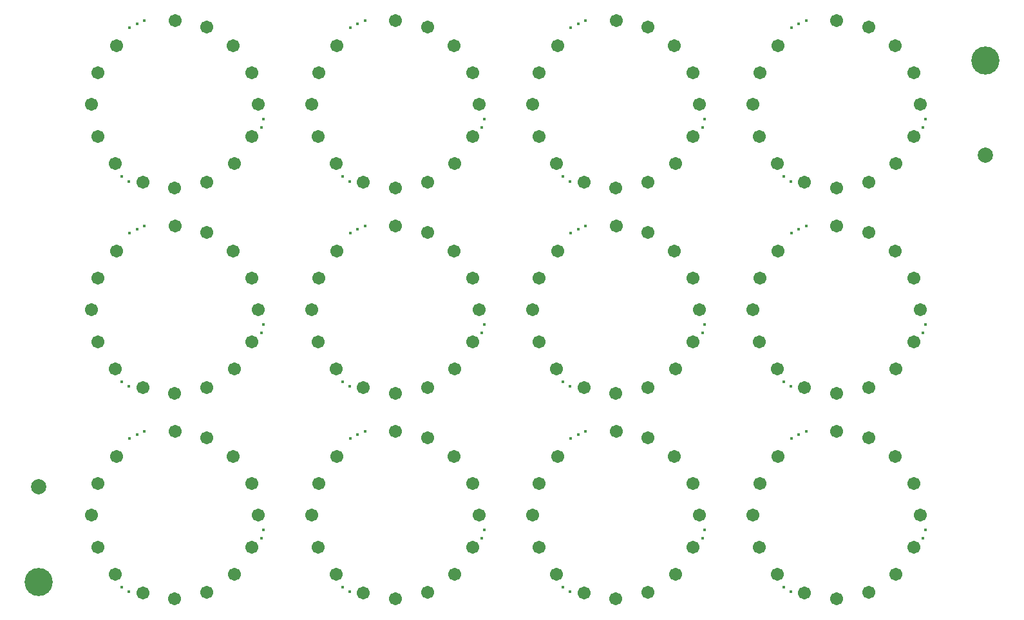
<source format=gts>
G04*
G04 #@! TF.GenerationSoftware,Altium Limited,Altium Designer,19.0.15 (446)*
G04*
G04 Layer_Color=8388736*
%FSAX25Y25*%
%MOIN*%
G70*
G01*
G75*
%ADD11C,0.14567*%
%ADD15C,0.07874*%
%ADD16C,0.01784*%
%ADD17C,0.06706*%
D11*
X0769685Y0293307D02*
D03*
X1259842Y0563189D02*
D03*
D15*
X0769685Y0342520D02*
D03*
X1259842Y0513976D02*
D03*
D16*
X1155404Y0290384D02*
D03*
X1159053Y0288022D02*
D03*
X1159369Y0367538D02*
D03*
X1163219Y0369546D02*
D03*
X1167046Y0371199D02*
D03*
X1227569Y0315935D02*
D03*
X1228632Y0320306D02*
D03*
X1155404Y0396684D02*
D03*
X1159053Y0394321D02*
D03*
X1159369Y0473837D02*
D03*
X1163219Y0475845D02*
D03*
X1167046Y0477498D02*
D03*
X1227569Y0422235D02*
D03*
X1228632Y0426605D02*
D03*
X1155404Y0502983D02*
D03*
X1159053Y0500620D02*
D03*
X1159369Y0580136D02*
D03*
X1163219Y0582144D02*
D03*
X1167046Y0583798D02*
D03*
X1227569Y0528534D02*
D03*
X1228632Y0532904D02*
D03*
X1041231Y0290384D02*
D03*
X1044880Y0288022D02*
D03*
X1045195Y0367538D02*
D03*
X1049046Y0369546D02*
D03*
X1052872Y0371199D02*
D03*
X1113396Y0315935D02*
D03*
X1114459Y0320306D02*
D03*
X1041231Y0396684D02*
D03*
X1044880Y0394321D02*
D03*
X1045195Y0473837D02*
D03*
X1049046Y0475845D02*
D03*
X1052872Y0477498D02*
D03*
X1113396Y0422235D02*
D03*
X1114459Y0426605D02*
D03*
X1041231Y0502983D02*
D03*
X1044880Y0500620D02*
D03*
X1045195Y0580136D02*
D03*
X1049046Y0582144D02*
D03*
X1052872Y0583798D02*
D03*
X1113396Y0528534D02*
D03*
X1114459Y0532904D02*
D03*
X1000286Y0320306D02*
D03*
X0999223Y0315935D02*
D03*
X0938699Y0371199D02*
D03*
X0934873Y0369546D02*
D03*
X0931022Y0367538D02*
D03*
X0930707Y0288022D02*
D03*
X0927057Y0290384D02*
D03*
X1000286Y0426605D02*
D03*
X0999223Y0422235D02*
D03*
X0938699Y0477498D02*
D03*
X0934873Y0475845D02*
D03*
X0931022Y0473837D02*
D03*
X0930707Y0394321D02*
D03*
X0927057Y0396684D02*
D03*
X1000286Y0532904D02*
D03*
X0999223Y0528534D02*
D03*
X0938699Y0583798D02*
D03*
X0934873Y0582144D02*
D03*
X0931022Y0580136D02*
D03*
X0930707Y0500620D02*
D03*
X0927057Y0502983D02*
D03*
X0886113Y0320306D02*
D03*
X0885050Y0315935D02*
D03*
X0824526Y0371199D02*
D03*
X0820699Y0369546D02*
D03*
X0816849Y0367538D02*
D03*
X0816533Y0288022D02*
D03*
X0812884Y0290384D02*
D03*
X0886113Y0426605D02*
D03*
X0885050Y0422235D02*
D03*
X0824526Y0477498D02*
D03*
X0820699Y0475845D02*
D03*
X0816849Y0473837D02*
D03*
X0816533Y0394321D02*
D03*
X0812884Y0396684D02*
D03*
X0886113Y0532904D02*
D03*
X0885050Y0528534D02*
D03*
X0824526Y0583798D02*
D03*
X0820699Y0582144D02*
D03*
X0816849Y0580136D02*
D03*
X0816533Y0500620D02*
D03*
X0812884Y0502983D02*
D03*
D17*
X1152491Y0358101D02*
D03*
X1143002Y0344226D02*
D03*
X1139499Y0327719D02*
D03*
X1142871Y0311172D02*
D03*
X1152097Y0297077D02*
D03*
X1166185Y0287640D02*
D03*
X1182778Y0284479D02*
D03*
X1199384Y0287658D02*
D03*
X1213514Y0297077D02*
D03*
X1222658Y0311202D02*
D03*
X1226085Y0327719D02*
D03*
X1222645Y0344137D02*
D03*
X1213120Y0358101D02*
D03*
X1199339Y0367714D02*
D03*
X1182806Y0371093D02*
D03*
X1152491Y0464400D02*
D03*
X1143002Y0450525D02*
D03*
X1139499Y0434018D02*
D03*
X1142871Y0417471D02*
D03*
X1152097Y0403376D02*
D03*
X1166185Y0393939D02*
D03*
X1182778Y0390778D02*
D03*
X1199384Y0393957D02*
D03*
X1213514Y0403376D02*
D03*
X1222658Y0417501D02*
D03*
X1226085Y0434018D02*
D03*
X1222645Y0450436D02*
D03*
X1213120Y0464400D02*
D03*
X1199339Y0474013D02*
D03*
X1182806Y0477392D02*
D03*
X1152491Y0570699D02*
D03*
X1143002Y0556824D02*
D03*
X1139499Y0540317D02*
D03*
X1142871Y0523770D02*
D03*
X1152097Y0509676D02*
D03*
X1166185Y0500239D02*
D03*
X1182778Y0497077D02*
D03*
X1199384Y0500256D02*
D03*
X1213514Y0509676D02*
D03*
X1222658Y0523800D02*
D03*
X1226085Y0540317D02*
D03*
X1222645Y0556735D02*
D03*
X1213120Y0570699D02*
D03*
X1199339Y0580312D02*
D03*
X1182806Y0583691D02*
D03*
X1038317Y0358101D02*
D03*
X1028829Y0344226D02*
D03*
X1025325Y0327719D02*
D03*
X1028698Y0311172D02*
D03*
X1037924Y0297077D02*
D03*
X1052012Y0287640D02*
D03*
X1068605Y0284479D02*
D03*
X1085211Y0287658D02*
D03*
X1099341Y0297077D02*
D03*
X1108484Y0311202D02*
D03*
X1111912Y0327719D02*
D03*
X1108472Y0344137D02*
D03*
X1098947Y0358101D02*
D03*
X1085166Y0367714D02*
D03*
X1068632Y0371093D02*
D03*
X1038317Y0464400D02*
D03*
X1028829Y0450525D02*
D03*
X1025325Y0434018D02*
D03*
X1028698Y0417471D02*
D03*
X1037924Y0403376D02*
D03*
X1052012Y0393939D02*
D03*
X1068605Y0390778D02*
D03*
X1085211Y0393957D02*
D03*
X1099341Y0403376D02*
D03*
X1108484Y0417501D02*
D03*
X1111912Y0434018D02*
D03*
X1108472Y0450436D02*
D03*
X1098947Y0464400D02*
D03*
X1085166Y0474013D02*
D03*
X1068632Y0477392D02*
D03*
X1038317Y0570699D02*
D03*
X1028829Y0556824D02*
D03*
X1025325Y0540317D02*
D03*
X1028698Y0523770D02*
D03*
X1037924Y0509676D02*
D03*
X1052012Y0500239D02*
D03*
X1068605Y0497077D02*
D03*
X1085211Y0500256D02*
D03*
X1099341Y0509676D02*
D03*
X1108484Y0523800D02*
D03*
X1111912Y0540317D02*
D03*
X1108472Y0556735D02*
D03*
X1098947Y0570699D02*
D03*
X1085166Y0580312D02*
D03*
X1068632Y0583691D02*
D03*
X0924144Y0358101D02*
D03*
X0914656Y0344226D02*
D03*
X0911152Y0327719D02*
D03*
X0914524Y0311172D02*
D03*
X0923750Y0297077D02*
D03*
X0937838Y0287640D02*
D03*
X0954432Y0284479D02*
D03*
X0971037Y0287658D02*
D03*
X0985168Y0297077D02*
D03*
X0994311Y0311202D02*
D03*
X0997739Y0327719D02*
D03*
X0994299Y0344137D02*
D03*
X0984774Y0358101D02*
D03*
X0970992Y0367714D02*
D03*
X0954459Y0371093D02*
D03*
X0924144Y0464400D02*
D03*
X0914656Y0450525D02*
D03*
X0911152Y0434018D02*
D03*
X0914524Y0417471D02*
D03*
X0923750Y0403376D02*
D03*
X0937838Y0393939D02*
D03*
X0954432Y0390778D02*
D03*
X0971037Y0393957D02*
D03*
X0985168Y0403376D02*
D03*
X0994311Y0417501D02*
D03*
X0997739Y0434018D02*
D03*
X0994299Y0450436D02*
D03*
X0984774Y0464400D02*
D03*
X0970992Y0474013D02*
D03*
X0954459Y0477392D02*
D03*
X0924144Y0570699D02*
D03*
X0914656Y0556824D02*
D03*
X0911152Y0540317D02*
D03*
X0914524Y0523770D02*
D03*
X0923750Y0509676D02*
D03*
X0937838Y0500239D02*
D03*
X0954432Y0497077D02*
D03*
X0971037Y0500256D02*
D03*
X0985168Y0509676D02*
D03*
X0994311Y0523800D02*
D03*
X0997739Y0540317D02*
D03*
X0994299Y0556735D02*
D03*
X0984774Y0570699D02*
D03*
X0970992Y0580312D02*
D03*
X0954459Y0583691D02*
D03*
X0809971Y0358101D02*
D03*
X0800482Y0344226D02*
D03*
X0796979Y0327719D02*
D03*
X0800351Y0311172D02*
D03*
X0809577Y0297077D02*
D03*
X0823665Y0287640D02*
D03*
X0840258Y0284479D02*
D03*
X0856864Y0287658D02*
D03*
X0870994Y0297077D02*
D03*
X0880138Y0311202D02*
D03*
X0883565Y0327719D02*
D03*
X0880126Y0344137D02*
D03*
X0870601Y0358101D02*
D03*
X0856819Y0367714D02*
D03*
X0840286Y0371093D02*
D03*
X0809971Y0464400D02*
D03*
X0800482Y0450525D02*
D03*
X0796979Y0434018D02*
D03*
X0800351Y0417471D02*
D03*
X0809577Y0403376D02*
D03*
X0823665Y0393939D02*
D03*
X0840258Y0390778D02*
D03*
X0856864Y0393957D02*
D03*
X0870994Y0403376D02*
D03*
X0880138Y0417501D02*
D03*
X0883565Y0434018D02*
D03*
X0880126Y0450436D02*
D03*
X0870601Y0464400D02*
D03*
X0856819Y0474013D02*
D03*
X0840286Y0477392D02*
D03*
X0809971Y0570699D02*
D03*
X0800482Y0556824D02*
D03*
X0796979Y0540317D02*
D03*
X0800351Y0523770D02*
D03*
X0809577Y0509676D02*
D03*
X0823665Y0500239D02*
D03*
X0840258Y0497077D02*
D03*
X0856864Y0500256D02*
D03*
X0870994Y0509676D02*
D03*
X0880138Y0523800D02*
D03*
X0883565Y0540317D02*
D03*
X0880126Y0556735D02*
D03*
X0870601Y0570699D02*
D03*
X0856819Y0580312D02*
D03*
X0840286Y0583691D02*
D03*
M02*

</source>
